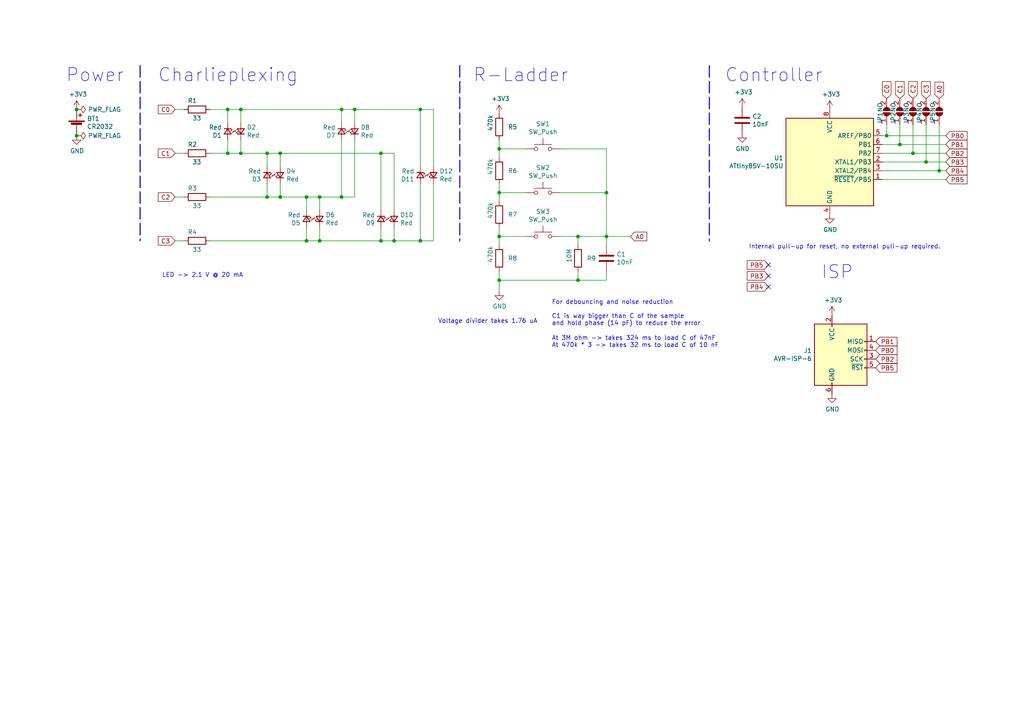
<source format=kicad_sch>
(kicad_sch (version 20211123) (generator eeschema)
  (paper "A4")
  (title_block (title "Blossom") (date "2021-05-30") (rev "1.1") (comment 1 "My first ATtiny85 board") (comment 2 "Made by mole99"))
  (lib_symbols
    (symbol "Connector:AVR-ISP-6" (pin_names (offset 1.016))
      (property "Reference" "J" (at -6.35 11.43 0))
      (property "Value" "AVR-ISP-6" (at 0 11.43 0))
      (symbol "AVR-ISP-6_0_1"
        (rectangle (start -2.667 -6.858) (end -2.413 -7.62))
        (rectangle (start -2.667 10.16) (end -2.413 9.398))
        (rectangle (start 7.62 -2.413) (end 6.858 -2.667))
        (rectangle (start 7.62 0.127) (end 6.858 -0.127))
        (rectangle (start 7.62 2.667) (end 6.858 2.413))
        (rectangle (start 7.62 5.207) (end 6.858 4.953))
        (rectangle (start 7.62 10.16) (end -7.62 -7.62) (stroke (width 0.254)) (fill (type background)))
      )
      (symbol "AVR-ISP-6_1_1"
        (pin passive line (at 10.16 5.08 180) (length 2.54) (name "MISO") (number "1"))
        (pin passive line (at -2.54 12.7 270) (length 2.54) (name "VCC") (number "2"))
        (pin passive line (at 10.16 0 180) (length 2.54) (name "SCK") (number "3"))
        (pin passive line (at 10.16 2.54 180) (length 2.54) (name "MOSI") (number "4"))
        (pin passive line (at 10.16 -2.54 180) (length 2.54) (name "~{RST}") (number "5"))
        (pin passive line (at -2.54 -10.16 90) (length 2.54) (name "GND") (number "6"))
      )
    )
    (symbol "Device:Battery_Cell" (pin_numbers hide) (pin_names (offset 0) hide)
      (property "Reference" "BT" (at 2.54 2.54 0))
      (property "Value" "Battery_Cell" (at 2.54 0 0))
      (symbol "Battery_Cell_0_1"
        (rectangle (start -2.286 1.778) (end 2.286 1.524) (fill (type outline)))
        (rectangle (start -1.5748 1.1938) (end 1.4732 0.6858) (fill (type outline)))
        (polyline (pts (xy 0 0.762) (xy 0 0)))
        (polyline (pts (xy 0 1.778) (xy 0 2.54)))
        (polyline (pts (xy 0.508 3.429) (xy 1.524 3.429)) (stroke (width 0.254)))
        (polyline (pts (xy 1.016 3.937) (xy 1.016 2.921)) (stroke (width 0.254)))
      )
      (symbol "Battery_Cell_1_1"
        (pin passive line (at 0 5.08 270) (length 2.54) (name "+") (number "1"))
        (pin passive line (at 0 -2.54 90) (length 2.54) (name "-") (number "2"))
      )
    )
    (symbol "Device:C" (pin_numbers hide) (pin_names (offset 0.254))
      (property "Reference" "C" (at 0.635 2.54 0))
      (property "Value" "C" (at 0.635 -2.54 0))
      (symbol "C_0_1"
        (polyline (pts (xy -2.032 -0.762) (xy 2.032 -0.762)) (stroke (width 0.508)))
        (polyline (pts (xy -2.032 0.762) (xy 2.032 0.762)) (stroke (width 0.508)))
      )
      (symbol "C_1_1"
        (pin passive line (at 0 3.81 270) (length 2.794) (name "~") (number "1"))
        (pin passive line (at 0 -3.81 90) (length 2.794) (name "~") (number "2"))
      )
    )
    (symbol "Device:LED_Small" (pin_numbers hide) (pin_names (offset 0.254) hide)
      (property "Reference" "D" (at -1.27 3.175 0))
      (property "Value" "LED_Small" (at -4.445 -2.54 0))
      (symbol "LED_Small_0_1"
        (polyline (pts (xy -0.762 -1.016) (xy -0.762 1.016)) (stroke (width 0.254)))
        (polyline (pts (xy 1.016 0) (xy -0.762 0)))
        (polyline (pts (xy 0.762 -1.016) (xy -0.762 0) (xy 0.762 1.016) (xy 0.762 -1.016)) (stroke (width 0.254)))
        (polyline (pts (xy 0 0.762) (xy -0.508 1.27) (xy -0.254 1.27) (xy -0.508 1.27) (xy -0.508 1.016)))
        (polyline (pts (xy 0.508 1.27) (xy 0 1.778) (xy 0.254 1.778) (xy 0 1.778) (xy 0 1.524)))
      )
      (symbol "LED_Small_1_1"
        (pin passive line (at -2.54 0 0) (length 1.778) (name "K") (number "1"))
        (pin passive line (at 2.54 0 180) (length 1.778) (name "A") (number "2"))
      )
    )
    (symbol "Device:R" (pin_numbers hide) (pin_names (offset 0))
      (property "Reference" "R" (at 2.032 0 90))
      (property "Value" "R" (at 0 0 90))
      (symbol "R_0_1"
        (rectangle (start -1.016 -2.54) (end 1.016 2.54) (stroke (width 0.254)))
      )
      (symbol "R_1_1"
        (pin passive line (at 0 3.81 270) (length 1.27) (name "~") (number "1"))
        (pin passive line (at 0 -3.81 90) (length 1.27) (name "~") (number "2"))
      )
    )
    (symbol "Jumper:SolderJumper_2_Open" (pin_names (offset 0) hide)
      (property "Reference" "JP" (at 0 2.032 0))
      (property "Value" "SolderJumper_2_Open" (at 0 -2.54 0))
      (symbol "SolderJumper_2_Open_0_1"
        (arc (start -0.254 1.016) (mid -1.27 0) (end -0.254 -1.016))
        (arc (start -0.254 1.016) (mid -1.27 0) (end -0.254 -1.016) (fill (type outline)))
        (polyline (pts (xy -0.254 1.016) (xy -0.254 -1.016)))
        (polyline (pts (xy 0.254 1.016) (xy 0.254 -1.016)))
        (arc (start 0.254 -1.016) (mid 1.27 0) (end 0.254 1.016))
        (arc (start 0.254 -1.016) (mid 1.27 0) (end 0.254 1.016) (fill (type outline)))
      )
      (symbol "SolderJumper_2_Open_1_1"
        (pin passive line (at -3.81 0 0) (length 2.54) (name "A") (number "1"))
        (pin passive line (at 3.81 0 180) (length 2.54) (name "B") (number "2"))
      )
    )
    (symbol "MCU_Microchip_ATtiny:ATtiny85V-10S"
      (property "Reference" "U" (at -12.7 13.97 0))
      (property "Value" "ATtiny85V-10S" (at 2.54 -13.97 0))
      (symbol "ATtiny85V-10S_0_1"
        (rectangle (start -12.7 -12.7) (end 12.7 12.7) (stroke (width 0.254)) (fill (type background)))
      )
      (symbol "ATtiny85V-10S_1_1"
        (pin bidirectional line (at 15.24 -5.08 180) (length 2.54) (name "~{RESET}/PB5") (number "1"))
        (pin bidirectional line (at 15.24 0 180) (length 2.54) (name "XTAL1/PB3") (number "2"))
        (pin bidirectional line (at 15.24 -2.54 180) (length 2.54) (name "XTAL2/PB4") (number "3"))
        (pin power_in line (at 0 -15.24 90) (length 2.54) (name "GND") (number "4"))
        (pin bidirectional line (at 15.24 7.62 180) (length 2.54) (name "AREF/PB0") (number "5"))
        (pin bidirectional line (at 15.24 5.08 180) (length 2.54) (name "PB1") (number "6"))
        (pin bidirectional line (at 15.24 2.54 180) (length 2.54) (name "PB2") (number "7"))
        (pin power_in line (at 0 15.24 270) (length 2.54) (name "VCC") (number "8"))
      )
    )
    (symbol "Switch:SW_Push" (pin_numbers hide) (pin_names (offset 1.016) hide)
      (property "Reference" "SW" (at 1.27 2.54 0))
      (property "Value" "SW_Push" (at 0 -1.524 0))
      (symbol "SW_Push_0_1"
        (circle (center -2.032 0) (radius 0.508))
        (polyline (pts (xy 0 1.27) (xy 0 3.048)))
        (polyline (pts (xy 2.54 1.27) (xy -2.54 1.27)))
        (circle (center 2.032 0) (radius 0.508))
        (pin passive line (at -5.08 0 0) (length 2.54) (name "1") (number "1"))
        (pin passive line (at 5.08 0 180) (length 2.54) (name "2") (number "2"))
      )
    )
    (symbol "power:+3.3V" (power) (pin_names (offset 0))
      (property "Value" "+3.3V" (at 0 3.556 0))
      (symbol "+3.3V_0_1"
        (polyline (pts (xy -0.762 1.27) (xy 0 2.54)))
        (polyline (pts (xy 0 0) (xy 0 2.54)))
        (polyline (pts (xy 0 2.54) (xy 0.762 1.27)))
      )
      (symbol "+3.3V_1_1"
        (pin power_in line (at 0 0 90) (length 0) hide (name "+3V3") (number "1"))
      )
    )
    (symbol "power:GND" (power) (pin_names (offset 0))
      (property "Value" "GND" (at 0 -3.81 0))
      (symbol "GND_0_1"
        (polyline (pts (xy 0 0) (xy 0 -1.27) (xy 1.27 -1.27) (xy 0 -2.54) (xy -1.27 -1.27) (xy 0 -1.27)))
      )
      (symbol "GND_1_1"
        (pin power_in line (at 0 0 270) (length 0) hide (name "GND") (number "1"))
      )
    )
    (symbol "power:PWR_FLAG" (power) (pin_numbers hide) (pin_names (offset 0) hide)
      (property "Value" "PWR_FLAG" (at 0 3.81 0))
      (symbol "PWR_FLAG_0_0"
        (pin power_out line (at 0 0 90) (length 0) (name "pwr") (number "1"))
      )
      (symbol "PWR_FLAG_0_1"
        (polyline (pts (xy 0 0) (xy 0 1.27) (xy -1.016 1.905) (xy 0 2.54) (xy 1.016 1.905) (xy 0 1.27)))
      )
    )
  )
  (junction (at 144.78 43.18))
  (junction (at 272.415 49.53))
  (junction (at 144.78 55.88))
  (junction (at 92.71 69.85))
  (junction (at 88.9 57.15))
  (junction (at 144.78 68.58))
  (junction (at 77.47 57.15))
  (junction (at 102.87 31.75))
  (junction (at 88.9 69.85))
  (junction (at 22.225 31.75))
  (junction (at 110.49 44.45))
  (junction (at 110.49 69.85))
  (junction (at 144.78 81.28))
  (junction (at 66.04 44.45))
  (junction (at 22.225 39.37))
  (junction (at 257.175 39.37))
  (junction (at 167.64 68.58))
  (junction (at 81.28 44.45))
  (junction (at 175.895 55.88))
  (junction (at 81.28 57.15))
  (junction (at 69.85 44.45))
  (junction (at 264.795 44.45))
  (junction (at 260.985 41.91))
  (junction (at 167.64 81.28))
  (junction (at 77.47 44.45))
  (junction (at 99.06 31.75))
  (junction (at 99.06 57.15))
  (junction (at 175.895 68.58))
  (junction (at 121.92 69.85))
  (junction (at 92.71 57.15))
  (junction (at 268.605 46.99))
  (junction (at 114.3 69.85))
  (junction (at 69.85 31.75))
  (junction (at 121.92 31.75))
  (junction (at 66.04 31.75))
  (no_connect (at 222.885 83.185))
  (no_connect (at 222.885 76.835))
  (no_connect (at 222.885 80.01))
  (wire (pts (xy 69.85 31.75) (xy 69.85 35.56)))
  (polyline (pts (xy 40.64 19.05) (xy 40.64 69.85)) (stroke (width 0.3048)))
  (wire (pts (xy 81.28 44.45) (xy 81.28 48.26)))
  (wire (pts (xy 268.605 36.195) (xy 268.605 46.99)))
  (wire (pts (xy 110.49 69.85) (xy 114.3 69.85)))
  (wire (pts (xy 162.56 55.88) (xy 175.895 55.88)))
  (wire (pts (xy 167.64 68.58) (xy 175.895 68.58)))
  (wire (pts (xy 92.71 69.85) (xy 88.9 69.85)))
  (wire (pts (xy 144.78 55.88) (xy 144.78 58.42)))
  (wire (pts (xy 110.49 44.45) (xy 114.3 44.45)))
  (wire (pts (xy 81.28 57.15) (xy 77.47 57.15)))
  (wire (pts (xy 92.71 57.15) (xy 99.06 57.15)))
  (wire (pts (xy 66.04 31.75) (xy 69.85 31.75)))
  (wire (pts (xy 144.78 43.18) (xy 144.78 45.72)))
  (wire (pts (xy 69.85 31.75) (xy 99.06 31.75)))
  (wire (pts (xy 264.795 36.195) (xy 264.795 44.45)))
  (wire (pts (xy 144.78 66.04) (xy 144.78 68.58)))
  (wire (pts (xy 77.47 44.45) (xy 69.85 44.45)))
  (wire (pts (xy 175.895 55.88) (xy 175.895 68.58)))
  (wire (pts (xy 167.64 78.74) (xy 167.64 81.28)))
  (wire (pts (xy 77.47 53.34) (xy 77.47 57.15)))
  (wire (pts (xy 77.47 57.15) (xy 60.96 57.15)))
  (wire (pts (xy 88.9 57.15) (xy 92.71 57.15)))
  (wire (pts (xy 99.06 31.75) (xy 99.06 35.56)))
  (wire (pts (xy 125.73 31.75) (xy 121.92 31.75)))
  (wire (pts (xy 50.8 44.45) (xy 53.34 44.45)))
  (wire (pts (xy 274.32 44.45) (xy 264.795 44.45)))
  (wire (pts (xy 257.175 39.37) (xy 274.32 39.37)))
  (wire (pts (xy 102.87 31.75) (xy 121.92 31.75)))
  (wire (pts (xy 77.47 48.26) (xy 77.47 44.45)))
  (wire (pts (xy 152.4 68.58) (xy 144.78 68.58)))
  (wire (pts (xy 144.78 71.12) (xy 144.78 68.58)))
  (wire (pts (xy 88.9 57.15) (xy 88.9 60.96)))
  (wire (pts (xy 144.78 78.74) (xy 144.78 81.28)))
  (wire (pts (xy 175.895 78.74) (xy 175.895 81.28)))
  (wire (pts (xy 121.92 48.26) (xy 121.92 31.75)))
  (wire (pts (xy 260.985 41.91) (xy 274.32 41.91)))
  (wire (pts (xy 81.28 53.34) (xy 81.28 57.15)))
  (wire (pts (xy 125.73 53.34) (xy 125.73 69.85)))
  (wire (pts (xy 114.3 66.04) (xy 114.3 69.85)))
  (wire (pts (xy 257.175 36.195) (xy 257.175 39.37)))
  (wire (pts (xy 114.3 69.85) (xy 121.92 69.85)))
  (wire (pts (xy 81.28 57.15) (xy 88.9 57.15)))
  (wire (pts (xy 110.49 60.96) (xy 110.49 44.45)))
  (wire (pts (xy 92.71 66.04) (xy 92.71 69.85)))
  (polyline (pts (xy 205.74 19.05) (xy 205.74 69.85)) (stroke (width 0.3048)))
  (wire (pts (xy 88.9 69.85) (xy 60.96 69.85)))
  (wire (pts (xy 162.56 68.58) (xy 167.64 68.58)))
  (wire (pts (xy 144.78 40.64) (xy 144.78 43.18)))
  (wire (pts (xy 88.9 66.04) (xy 88.9 69.85)))
  (wire (pts (xy 121.92 69.85) (xy 125.73 69.85)))
  (wire (pts (xy 255.905 41.91) (xy 260.985 41.91)))
  (wire (pts (xy 50.8 31.75) (xy 53.34 31.75)))
  (wire (pts (xy 268.605 46.99) (xy 274.32 46.99)))
  (wire (pts (xy 69.85 40.64) (xy 69.85 44.45)))
  (wire (pts (xy 167.64 81.28) (xy 144.78 81.28)))
  (wire (pts (xy 50.8 69.85) (xy 53.34 69.85)))
  (wire (pts (xy 66.04 40.64) (xy 66.04 44.45)))
  (wire (pts (xy 121.92 53.34) (xy 121.92 69.85)))
  (wire (pts (xy 175.895 43.18) (xy 175.895 55.88)))
  (wire (pts (xy 125.73 31.75) (xy 125.73 48.26)))
  (wire (pts (xy 274.32 49.53) (xy 272.415 49.53)))
  (wire (pts (xy 92.71 57.15) (xy 92.71 60.96)))
  (wire (pts (xy 114.3 44.45) (xy 114.3 60.96)))
  (wire (pts (xy 264.795 44.45) (xy 255.905 44.45)))
  (wire (pts (xy 167.64 71.12) (xy 167.64 68.58)))
  (wire (pts (xy 50.8 57.15) (xy 53.34 57.15)))
  (wire (pts (xy 144.78 53.34) (xy 144.78 55.88)))
  (wire (pts (xy 102.87 57.15) (xy 102.87 40.64)))
  (wire (pts (xy 272.415 36.195) (xy 272.415 49.53)))
  (wire (pts (xy 66.04 44.45) (xy 60.96 44.45)))
  (wire (pts (xy 92.71 69.85) (xy 110.49 69.85)))
  (wire (pts (xy 102.87 31.75) (xy 102.87 35.56)))
  (wire (pts (xy 77.47 44.45) (xy 81.28 44.45)))
  (wire (pts (xy 69.85 44.45) (xy 66.04 44.45)))
  (wire (pts (xy 272.415 49.53) (xy 255.905 49.53)))
  (wire (pts (xy 99.06 57.15) (xy 102.87 57.15)))
  (wire (pts (xy 110.49 44.45) (xy 81.28 44.45)))
  (wire (pts (xy 175.895 81.28) (xy 167.64 81.28)))
  (wire (pts (xy 175.895 71.12) (xy 175.895 68.58)))
  (wire (pts (xy 162.56 43.18) (xy 175.895 43.18)))
  (polyline (pts (xy 133.35 19.05) (xy 133.35 69.85)) (stroke (width 0.3048)))
  (wire (pts (xy 60.96 31.75) (xy 66.04 31.75)))
  (wire (pts (xy 99.06 31.75) (xy 102.87 31.75)))
  (wire (pts (xy 255.905 46.99) (xy 268.605 46.99)))
  (wire (pts (xy 144.78 81.28) (xy 144.78 84.455)))
  (wire (pts (xy 152.4 43.18) (xy 144.78 43.18)))
  (wire (pts (xy 110.49 66.04) (xy 110.49 69.85)))
  (wire (pts (xy 260.985 36.195) (xy 260.985 41.91)))
  (wire (pts (xy 99.06 57.15) (xy 99.06 40.64)))
  (wire (pts (xy 255.905 39.37) (xy 257.175 39.37)))
  (wire (pts (xy 175.895 68.58) (xy 182.88 68.58)))
  (wire (pts (xy 66.04 31.75) (xy 66.04 35.56)))
  (wire (pts (xy 152.4 55.88) (xy 144.78 55.88)))
  (wire (pts (xy 255.905 52.07) (xy 274.32 52.07)))
  (text "Power" (at 19.05 24.13 0) (effects (font (size 3.81 3.81)) (justify left bottom)))
  (text "Controller" (at 210.185 24.13 0) (effects (font (size 3.81 3.81)) (justify left bottom)))
  (text "At 3M ohm -> takes 324 ms to load C of 47nF\nAt 470k * 3 -> takes 32 ms to load C of 10 nF" (at 160.02 100.965 0) (effects (font (size 1.27 1.27)) (justify left bottom)))
  (text "R-Ladder" (at 137.16 24.13 0) (effects (font (size 3.81 3.81)) (justify left bottom)))
  (text "Charlieplexing" (at 45.72 24.13 0) (effects (font (size 3.81 3.81)) (justify left bottom)))
  (text "Voltage divider takes 1.76 uA" (at 127 93.98 0) (effects (font (size 1.27 1.27)) (justify left bottom)))
  (text "ISP" (at 238.125 81.28 0) (effects (font (size 3.81 3.81)) (justify left bottom)))
  (text "Internal pull-up for reset, no external pull-up required." (at 217.17 72.39 0) (effects (font (size 1.27 1.27)) (justify left bottom)))
  (text "LED -> 2.1 V @ 20 mA" (at 46.99 80.645 0) (effects (font (size 1.27 1.27)) (justify left bottom)))
  (text "For debouncing and noise reduction\n\nC1 is way bigger than C of the sample \nand hold phase (14 pF) to reduce the error" (at 160.02 94.615 0) (effects (font (size 1.27 1.27)) (justify left bottom)))
  (global_label "PB2" (shape input) (at 254 104.14 0) (property "Referenzen zwischen Schaltplänen" "${INTERSHEET_REFS}" (effects hide)))
  (global_label "PB4" (shape input) (at 222.885 83.185 180) (property "Referenzen zwischen Schaltplänen" "${INTERSHEET_REFS}" (effects hide)))
  (global_label "C3" (shape input) (at 268.605 28.575 90) (property "Referenzen zwischen Schaltplänen" "${INTERSHEET_REFS}" (effects hide)))
  (global_label "PB0" (shape input) (at 274.32 39.37 0) (property "Referenzen zwischen Schaltplänen" "${INTERSHEET_REFS}" (effects hide)))
  (global_label "PB5" (shape input) (at 274.32 52.07 0) (property "Referenzen zwischen Schaltplänen" "${INTERSHEET_REFS}" (effects hide)))
  (global_label "PB2" (shape input) (at 274.32 44.45 0) (property "Referenzen zwischen Schaltplänen" "${INTERSHEET_REFS}" (effects hide)))
  (global_label "PB1" (shape input) (at 274.32 41.91 0) (property "Referenzen zwischen Schaltplänen" "${INTERSHEET_REFS}" (effects hide)))
  (global_label "PB4" (shape input) (at 274.32 49.53 0) (property "Referenzen zwischen Schaltplänen" "${INTERSHEET_REFS}" (effects hide)))
  (global_label "C2" (shape input) (at 50.8 57.15 180) (property "Referenzen zwischen Schaltplänen" "${INTERSHEET_REFS}" (effects hide)))
  (global_label "A0" (shape input) (at 182.88 68.58 0) (property "Referenzen zwischen Schaltplänen" "${INTERSHEET_REFS}" (effects hide)))
  (global_label "A0" (shape input) (at 272.415 28.575 90) (property "Referenzen zwischen Schaltplänen" "${INTERSHEET_REFS}" (effects hide)))
  (global_label "C2" (shape input) (at 264.795 28.575 90) (property "Referenzen zwischen Schaltplänen" "${INTERSHEET_REFS}" (effects hide)))
  (global_label "C0" (shape input) (at 50.8 31.75 180) (property "Referenzen zwischen Schaltplänen" "${INTERSHEET_REFS}" (effects hide)))
  (global_label "C3" (shape input) (at 50.8 69.85 180) (property "Referenzen zwischen Schaltplänen" "${INTERSHEET_REFS}" (effects hide)))
  (global_label "C0" (shape input) (at 257.175 28.575 90) (property "Referenzen zwischen Schaltplänen" "${INTERSHEET_REFS}" (effects hide)))
  (global_label "PB3" (shape input) (at 222.885 80.01 180) (property "Referenzen zwischen Schaltplänen" "${INTERSHEET_REFS}" (effects hide)))
  (global_label "PB3" (shape input) (at 274.32 46.99 0) (property "Referenzen zwischen Schaltplänen" "${INTERSHEET_REFS}" (effects hide)))
  (global_label "PB5" (shape input) (at 254 106.68 0) (property "Referenzen zwischen Schaltplänen" "${INTERSHEET_REFS}" (effects hide)))
  (global_label "PB0" (shape input) (at 254 101.6 0) (property "Referenzen zwischen Schaltplänen" "${INTERSHEET_REFS}" (effects hide)))
  (global_label "PB5" (shape input) (at 222.885 76.835 180) (property "Referenzen zwischen Schaltplänen" "${INTERSHEET_REFS}" (effects hide)))
  (global_label "C1" (shape input) (at 260.985 28.575 90) (property "Referenzen zwischen Schaltplänen" "${INTERSHEET_REFS}" (effects hide)))
  (global_label "PB1" (shape input) (at 254 99.06 0) (property "Referenzen zwischen Schaltplänen" "${INTERSHEET_REFS}" (effects hide)))
  (global_label "C1" (shape input) (at 50.8 44.45 180) (property "Referenzen zwischen Schaltplänen" "${INTERSHEET_REFS}" (effects hide)))
  (symbol (lib_id "Device:Battery_Cell") (at 22.225 36.83 0) (unit 1)
    (property "Reference" "BT1" (at 25.2222 34.3916 0) (effects (justify left)))
    (property "Value" "CR2032" (at 25.2222 36.703 0) (effects (justify left)))
    (property "Footprint" "blossom:BC2001" (effects hide))
  )
  (symbol (lib_id "power:+3.3V") (at 22.225 31.75 0) (unit 1)
    (property "Reference" "#PWR03" (effects hide))
    (property "Value" "+3.3V" (at 22.606 27.3558 0))
  )
  (symbol (lib_id "power:GND") (at 22.225 39.37 0) (unit 1)
    (property "Reference" "#PWR04" (effects hide))
    (property "Value" "GND" (at 22.352 43.7642 0))
  )
  (symbol (lib_id "power:PWR_FLAG") (at 22.225 39.37 270) (unit 1)
    (property "Reference" "#FLG02" (effects hide))
    (property "Value" "PWR_FLAG" (at 25.4762 39.37 90) (effects (justify left)))
  )
  (symbol (lib_id "power:PWR_FLAG") (at 22.225 31.75 270) (unit 1)
    (property "Reference" "#FLG01" (effects hide))
    (property "Value" "PWR_FLAG" (at 25.4762 31.75 90) (effects (justify left)))
  )
  (symbol (lib_id "MCU_Microchip_ATtiny:ATtiny85V-10S") (at 240.665 46.99 0) (unit 1)
    (property "Reference" "U1" (at 227.2284 45.8216 0) (effects (justify right)))
    (property "Value" "ATtiny85V-10SU" (at 227.2284 48.133 0) (effects (justify right)))
    (property "Footprint" "Package_SO:SOIC-8W_5.3x5.3mm_P1.27mm" (effects hide))
    (property "Datasheet" "http://ww1.microchip.com/downloads/en/DeviceDoc/atmel-2586-avr-8-bit-microcontroller-attiny25-attiny45-attiny85_datasheet.pdf" (effects hide))
  )
  (symbol (lib_id "power:+3.3V") (at 240.665 31.75 0) (unit 1)
    (property "Reference" "#PWR05" (effects hide))
    (property "Value" "+3.3V" (at 241.046 27.3558 0))
  )
  (symbol (lib_id "power:GND") (at 240.665 62.23 0) (unit 1)
    (property "Reference" "#PWR06" (effects hide))
    (property "Value" "GND" (at 240.792 66.6242 0))
  )
  (symbol (lib_id "Device:R") (at 57.15 31.75 90) (unit 1)
    (property "Reference" "R1" (at 57.15 29.21 90) (effects (justify left)))
    (property "Value" "33" (at 58.42 34.29 90) (effects (justify left)))
    (property "Footprint" "Resistor_SMD:R_0805_2012Metric_Pad1.15x1.40mm_HandSolder" (effects hide))
  )
  (symbol (lib_id "Device:R") (at 57.15 44.45 90) (unit 1)
    (property "Reference" "R2" (at 57.15 41.91 90) (effects (justify left)))
    (property "Value" "33" (at 58.42 46.99 90) (effects (justify left)))
    (property "Footprint" "Resistor_SMD:R_0805_2012Metric_Pad1.15x1.40mm_HandSolder" (effects hide))
  )
  (symbol (lib_id "Device:R") (at 57.15 57.15 90) (unit 1)
    (property "Reference" "R3" (at 57.15 54.61 90) (effects (justify left)))
    (property "Value" "33" (at 58.42 59.69 90) (effects (justify left)))
    (property "Footprint" "Resistor_SMD:R_0805_2012Metric_Pad1.15x1.40mm_HandSolder" (effects hide))
  )
  (symbol (lib_id "Device:R") (at 57.15 69.85 90) (unit 1)
    (property "Reference" "R4" (at 57.15 67.31 90) (effects (justify left)))
    (property "Value" "33" (at 58.42 72.39 90) (effects (justify left)))
    (property "Footprint" "Resistor_SMD:R_0805_2012Metric_Pad1.15x1.40mm_HandSolder" (effects hide))
  )
  (symbol (lib_id "Device:LED_Small") (at 69.85 38.1 90) (unit 1)
    (property "Reference" "D2" (at 71.5772 36.9316 90) (effects (justify right)))
    (property "Value" "Red" (at 71.5772 39.243 90) (effects (justify right)))
    (property "Footprint" "LED_SMD:LED_0805_2012Metric_Pad1.15x1.40mm_HandSolder" (effects hide))
  )
  (symbol (lib_id "Device:LED_Small") (at 66.04 38.1 270) (unit 1)
    (property "Reference" "D1" (at 64.3128 39.2684 90) (effects (justify right)))
    (property "Value" "Red" (at 64.3128 36.957 90) (effects (justify right)))
    (property "Footprint" "LED_SMD:LED_0805_2012Metric_Pad1.15x1.40mm_HandSolder" (effects hide))
  )
  (symbol (lib_id "Device:LED_Small") (at 77.47 50.8 270) (unit 1)
    (property "Reference" "D3" (at 75.7428 51.9684 90) (effects (justify right)))
    (property "Value" "Red" (at 75.7428 49.657 90) (effects (justify right)))
    (property "Footprint" "LED_SMD:LED_0805_2012Metric_Pad1.15x1.40mm_HandSolder" (effects hide))
  )
  (symbol (lib_id "Device:LED_Small") (at 81.28 50.8 90) (unit 1)
    (property "Reference" "D4" (at 83.0072 49.6316 90) (effects (justify right)))
    (property "Value" "Red" (at 83.0072 51.943 90) (effects (justify right)))
    (property "Footprint" "LED_SMD:LED_0805_2012Metric_Pad1.15x1.40mm_HandSolder" (effects hide))
  )
  (symbol (lib_id "Device:LED_Small") (at 88.9 63.5 270) (unit 1)
    (property "Reference" "D5" (at 87.1728 64.6684 90) (effects (justify right)))
    (property "Value" "Red" (at 87.1728 62.357 90) (effects (justify right)))
    (property "Footprint" "LED_SMD:LED_0805_2012Metric_Pad1.15x1.40mm_HandSolder" (effects hide))
  )
  (symbol (lib_id "Device:LED_Small") (at 92.71 63.5 90) (unit 1)
    (property "Reference" "D6" (at 94.4372 62.3316 90) (effects (justify right)))
    (property "Value" "Red" (at 94.4372 64.643 90) (effects (justify right)))
    (property "Footprint" "LED_SMD:LED_0805_2012Metric_Pad1.15x1.40mm_HandSolder" (effects hide))
  )
  (symbol (lib_id "Device:LED_Small") (at 99.06 38.1 270) (unit 1)
    (property "Reference" "D7" (at 97.3328 39.2684 90) (effects (justify right)))
    (property "Value" "Red" (at 97.3328 36.957 90) (effects (justify right)))
    (property "Footprint" "LED_SMD:LED_0805_2012Metric_Pad1.15x1.40mm_HandSolder" (effects hide))
  )
  (symbol (lib_id "Device:LED_Small") (at 102.87 38.1 90) (unit 1)
    (property "Reference" "D8" (at 104.5972 36.9316 90) (effects (justify right)))
    (property "Value" "Red" (at 104.5972 39.243 90) (effects (justify right)))
    (property "Footprint" "LED_SMD:LED_0805_2012Metric_Pad1.15x1.40mm_HandSolder" (effects hide))
  )
  (symbol (lib_id "Device:LED_Small") (at 121.92 50.8 270) (unit 1)
    (property "Reference" "D11" (at 120.1928 51.9684 90) (effects (justify right)))
    (property "Value" "Red" (at 120.1928 49.657 90) (effects (justify right)))
    (property "Footprint" "LED_SMD:LED_0805_2012Metric_Pad1.15x1.40mm_HandSolder" (effects hide))
  )
  (symbol (lib_id "Device:LED_Small") (at 125.73 50.8 90) (unit 1)
    (property "Reference" "D12" (at 127.4572 49.6316 90) (effects (justify right)))
    (property "Value" "Red" (at 127.4572 51.943 90) (effects (justify right)))
    (property "Footprint" "LED_SMD:LED_0805_2012Metric_Pad1.15x1.40mm_HandSolder" (effects hide))
  )
  (symbol (lib_id "Device:LED_Small") (at 110.49 63.5 270) (unit 1)
    (property "Reference" "D9" (at 108.7628 64.6684 90) (effects (justify right)))
    (property "Value" "Red" (at 108.7628 62.357 90) (effects (justify right)))
    (property "Footprint" "LED_SMD:LED_0805_2012Metric_Pad1.15x1.40mm_HandSolder" (effects hide))
  )
  (symbol (lib_id "Device:LED_Small") (at 114.3 63.5 90) (unit 1)
    (property "Reference" "D10" (at 116.0272 62.3316 90) (effects (justify right)))
    (property "Value" "Red" (at 116.0272 64.643 90) (effects (justify right)))
    (property "Footprint" "LED_SMD:LED_0805_2012Metric_Pad1.15x1.40mm_HandSolder" (effects hide))
  )
  (symbol (lib_id "Switch:SW_Push") (at 157.48 43.18 0) (unit 1)
    (property "Reference" "SW1" (at 157.48 35.941 0))
    (property "Value" "SW_Push" (at 157.48 38.2524 0))
    (property "Footprint" "Button_Switch_SMD:SW_Push_1P1T_NO_6x6mm_H9.5mm" (effects hide))
  )
  (symbol (lib_id "Device:R") (at 144.78 49.53 0) (unit 1)
    (property "Reference" "R6" (at 147.32 49.53 0) (effects (justify left)))
    (property "Value" "470k" (at 142.24 50.8 90) (effects (justify left)))
    (property "Footprint" "Resistor_SMD:R_0805_2012Metric_Pad1.15x1.40mm_HandSolder" (effects hide))
  )
  (symbol (lib_id "Switch:SW_Push") (at 157.48 55.88 0) (unit 1)
    (property "Reference" "SW2" (at 157.48 48.641 0))
    (property "Value" "SW_Push" (at 157.48 50.9524 0))
    (property "Footprint" "Button_Switch_SMD:SW_Push_1P1T_NO_6x6mm_H9.5mm" (effects hide))
  )
  (symbol (lib_id "Switch:SW_Push") (at 157.48 68.58 0) (unit 1)
    (property "Reference" "SW3" (at 157.48 61.341 0))
    (property "Value" "SW_Push" (at 157.48 63.6524 0))
    (property "Footprint" "Button_Switch_SMD:SW_Push_1P1T_NO_6x6mm_H9.5mm" (effects hide))
  )
  (symbol (lib_id "Device:R") (at 144.78 36.83 0) (unit 1)
    (property "Reference" "R5" (at 147.32 36.83 0) (effects (justify left)))
    (property "Value" "470k" (at 142.24 38.1 90) (effects (justify left)))
    (property "Footprint" "Resistor_SMD:R_0805_2012Metric_Pad1.15x1.40mm_HandSolder" (effects hide))
  )
  (symbol (lib_id "Device:R") (at 144.78 62.23 0) (unit 1)
    (property "Reference" "R7" (at 147.32 62.23 0) (effects (justify left)))
    (property "Value" "470k" (at 142.24 63.5 90) (effects (justify left)))
    (property "Footprint" "Resistor_SMD:R_0805_2012Metric_Pad1.15x1.40mm_HandSolder" (effects hide))
  )
  (symbol (lib_id "power:+3.3V") (at 144.78 33.02 0) (unit 1)
    (property "Reference" "#PWR01" (effects hide))
    (property "Value" "+3.3V" (at 145.161 28.6258 0))
  )
  (symbol (lib_id "Device:C") (at 175.895 74.93 0) (unit 1)
    (property "Reference" "C1" (at 178.816 73.7616 0) (effects (justify left)))
    (property "Value" "10nF" (at 178.816 76.073 0) (effects (justify left)))
    (property "Footprint" "Capacitor_SMD:C_0805_2012Metric_Pad1.15x1.40mm_HandSolder" (effects hide))
  )
  (symbol (lib_id "Device:R") (at 167.64 74.93 0) (unit 1)
    (property "Reference" "R9" (at 170.18 74.93 0) (effects (justify left)))
    (property "Value" "10M" (at 165.1 76.2 90) (effects (justify left)))
    (property "Footprint" "Resistor_SMD:R_0805_2012Metric_Pad1.15x1.40mm_HandSolder" (effects hide))
  )
  (symbol (lib_id "Connector:AVR-ISP-6") (at 243.84 104.14 0) (unit 1)
    (property "Reference" "J1" (at 235.4834 101.7016 0) (effects (justify right)))
    (property "Value" "AVR-ISP-6" (at 235.4834 104.013 0) (effects (justify right)))
    (property "Footprint" "Connector_PinSocket_2.54mm:PinSocket_2x03_P2.54mm_Vertical" (effects hide))
    (property "Datasheet" " ~" (effects hide))
  )
  (symbol (lib_id "power:+3.3V") (at 241.3 91.44 0) (unit 1)
    (property "Reference" "#PWR09" (effects hide))
    (property "Value" "+3.3V" (at 241.681 87.0458 0))
  )
  (symbol (lib_id "power:GND") (at 241.3 114.3 0) (unit 1)
    (property "Reference" "#PWR010" (effects hide))
    (property "Value" "GND" (at 241.427 118.6942 0))
  )
  (symbol (lib_id "Device:R") (at 144.78 74.93 0) (unit 1)
    (property "Reference" "R8" (at 147.32 74.93 0) (effects (justify left)))
    (property "Value" "470k" (at 142.24 76.2 90) (effects (justify left)))
    (property "Footprint" "Resistor_SMD:R_0805_2012Metric_Pad1.15x1.40mm_HandSolder" (effects hide))
  )
  (symbol (lib_id "power:+3.3V") (at 215.265 31.115 0) (unit 1)
    (property "Reference" "#PWR07" (effects hide))
    (property "Value" "+3.3V" (at 215.646 26.7208 0))
  )
  (symbol (lib_id "power:GND") (at 144.78 84.455 0) (unit 1)
    (property "Reference" "#PWR02" (effects hide))
    (property "Value" "GND" (at 144.907 88.8492 0))
  )
  (symbol (lib_id "Device:C") (at 215.265 34.925 0) (unit 1)
    (property "Reference" "C2" (at 218.186 33.7566 0) (effects (justify left)))
    (property "Value" "10nF" (at 218.186 36.068 0) (effects (justify left)))
    (property "Footprint" "Capacitor_SMD:C_0805_2012Metric_Pad1.15x1.40mm_HandSolder" (effects hide))
  )
  (symbol (lib_id "power:GND") (at 215.265 38.735 0) (unit 1)
    (property "Reference" "#PWR08" (effects hide))
    (property "Value" "GND" (at 215.392 43.1292 0))
  )
  (symbol (lib_id "Jumper:SolderJumper_2_Open") (at 257.175 32.385 90) (unit 1)
    (property "Reference" "JP1" (at 255.27 34.29 0))
    (property "Value" "NO" (at 255.27 31.115 0))
    (property "Footprint" "Jumper:SolderJumper-2_P1.3mm_Open_RoundedPad1.0x1.5mm" (effects hide))
  )
  (symbol (lib_id "Jumper:SolderJumper_2_Open") (at 260.985 32.385 90) (unit 1)
    (property "Reference" "JP2" (at 259.08 34.29 0))
    (property "Value" "NO" (at 259.08 31.115 0))
    (property "Footprint" "Jumper:SolderJumper-2_P1.3mm_Open_RoundedPad1.0x1.5mm" (effects hide))
  )
  (symbol (lib_id "Jumper:SolderJumper_2_Open") (at 264.795 32.385 90) (unit 1)
    (property "Reference" "JP3" (at 262.89 34.29 0))
    (property "Value" "NO" (at 262.89 31.115 0))
    (property "Footprint" "Jumper:SolderJumper-2_P1.3mm_Open_RoundedPad1.0x1.5mm" (effects hide))
  )
  (symbol (lib_id "Jumper:SolderJumper_2_Open") (at 268.605 32.385 90) (unit 1)
    (property "Reference" "JP4" (at 266.7 34.29 0))
    (property "Value" "NO" (at 266.7 31.115 0))
    (property "Footprint" "Jumper:SolderJumper-2_P1.3mm_Open_RoundedPad1.0x1.5mm" (effects hide))
  )
  (symbol (lib_id "Jumper:SolderJumper_2_Open") (at 272.415 32.385 90) (unit 1)
    (property "Reference" "JP5" (at 270.51 34.29 0))
    (property "Value" "NO" (at 270.51 31.115 0))
    (property "Footprint" "Jumper:SolderJumper-2_P1.3mm_Open_RoundedPad1.0x1.5mm" (effects hide))
  )
)
</source>
